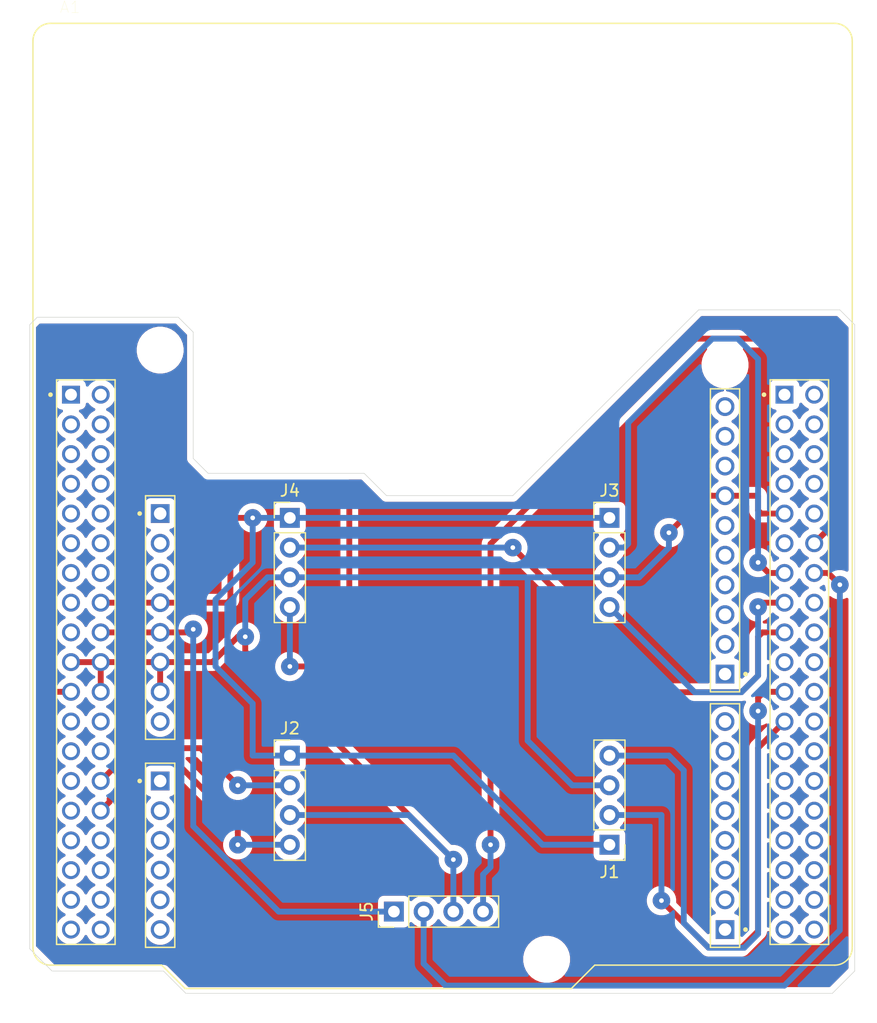
<source format=kicad_pcb>
(kicad_pcb (version 20171130) (host pcbnew "(5.1.2)-2")
  (layers (0 F.Cu signal) (31 B.Cu signal) (34 B.Paste user) (35 F.Paste user) (36 B.SilkS user) (37 F.SilkS user) (38 B.Mask user) (39 F.Mask user) (44 Edge.Cuts user))
  (net 0 "")
  (net 1 "Net-(A1-PadCN7_1)")
  (net 2 "Net-(A1-PadCN7_37)")
  (net 3 "Net-(A1-PadCN7_2)")
  (net 4 "Net-(A1-PadCN7_3)")
  (net 5 "Net-(A1-PadCN7_4)")
  (net 6 "Net-(A1-PadCN7_5)")
  (net 7 "Net-(A1-PadCN7_6)")
  (net 8 "Net-(A1-PadCN7_7)")
  (net 9 GND)
  (net 10 "Net-(A1-PadCN7_12)")
  (net 11 "Net-(A1-PadCN7_13)")
  (net 12 "Net-(A1-PadCN7_14)")
  (net 13 "Net-(A1-PadCN7_15)")
  (net 14 +3V3)
  (net 15 "Net-(A1-PadCN7_17)")
  (net 16 +5V)
  (net 17 /tim4_ch2)
  (net 18 "Net-(A1-PadCN7_23)")
  (net 19 "Net-(A1-PadCN7_24)")
  (net 20 "Net-(A1-PadCN7_25)")
  (net 21 "Net-(A1-PadCN7_27)")
  (net 22 /tim2_ch1)
  (net 23 "Net-(A1-PadCN7_29)")
  (net 24 /tim2_ch2)
  (net 25 "Net-(A1-PadCN7_31)")
  (net 26 "Net-(A1-PadCN7_32)")
  (net 27 "Net-(A1-PadCN7_33)")
  (net 28 "Net-(A1-PadCN7_34)")
  (net 29 "Net-(A1-PadCN7_35)")
  (net 30 "Net-(A1-PadCN7_36)")
  (net 31 "Net-(A1-PadCN7_38)")
  (net 32 "Net-(A1-PadCN10_1)")
  (net 33 "Net-(A1-PadCN10_37)")
  (net 34 "Net-(A1-PadCN10_2)")
  (net 35 "Net-(A1-PadCN10_3)")
  (net 36 "Net-(A1-PadCN10_4)")
  (net 37 "Net-(A1-PadCN10_5)")
  (net 38 "Net-(A1-PadCN10_6)")
  (net 39 "Net-(A1-PadCN10_7)")
  (net 40 "Net-(A1-PadCN10_8)")
  (net 41 "Net-(A1-PadCN10_11)")
  (net 42 /uart6_rx)
  (net 43 /tim3_ch1)
  (net 44 /uart6_tx)
  (net 45 /tim3_ch2)
  (net 46 "Net-(A1-PadCN10_16)")
  (net 47 /tim4_ch1)
  (net 48 "Net-(A1-PadCN10_19)")
  (net 49 /tim1_ch2)
  (net 50 "Net-(A1-PadCN10_22)")
  (net 51 /tim1_ch1)
  (net 52 "Net-(A1-PadCN10_24)")
  (net 53 "Net-(A1-PadCN10_25)")
  (net 54 "Net-(A1-PadCN10_26)")
  (net 55 "Net-(A1-PadCN10_27)")
  (net 56 "Net-(A1-PadCN10_28)")
  (net 57 "Net-(A1-PadCN10_29)")
  (net 58 "Net-(A1-PadCN10_30)")
  (net 59 "Net-(A1-PadCN10_31)")
  (net 60 "Net-(A1-PadCN10_33)")
  (net 61 "Net-(A1-PadCN10_34)")
  (net 62 "Net-(A1-PadCN10_35)")
  (net 63 "Net-(A1-PadCN6_2)")
  (net 64 "Net-(A1-PadCN6_3)")
  (net 65 "Net-(A1-PadCN6_8)")
  (net 66 "Net-(A1-PadCN9_1)")
  (net 67 "Net-(A1-PadCN9_2)")
  (net 68 "Net-(A1-PadCN9_3)")
  (net 69 "Net-(A1-PadCN9_4)")
  (net 70 "Net-(A1-PadCN9_5)")
  (net 71 "Net-(A1-PadCN9_6)")
  (net 72 "Net-(A1-PadCN9_7)")
  (net 73 "Net-(A1-PadCN9_8)")
  (net 74 "Net-(A1-PadCN8_1)")
  (net 75 "Net-(A1-PadCN8_2)")
  (net 76 "Net-(A1-PadCN8_3)")
  (net 77 "Net-(A1-PadCN8_4)")
  (net 78 "Net-(A1-PadCN8_5)")
  (net 79 "Net-(A1-PadCN8_6)")
  (net 80 "Net-(A1-PadCN5_1)")
  (net 81 "Net-(A1-PadCN5_2)")
  (net 82 "Net-(A1-PadCN5_3)")
  (net 83 "Net-(A1-PadCN5_4)")
  (net 84 "Net-(A1-PadCN5_5)")
  (net 85 "Net-(A1-PadCN5_6)")
  (net 86 "Net-(A1-PadCN5_8)")
  (net 87 "Net-(A1-PadCN5_9)")
  (net 88 "Net-(A1-PadCN5_10)")
  (module Yoshiko:ST_NUCLEO-F401RE (layer F.Cu) (at 130.525001 78.355001)
    (fp_text reference A1 (at -31.825 -42.635) (layer F.SilkS) (effects (font (thickness 0.015))))
    (fp_text value NUCLEO-F401RE)
    (fp_line (start -35 37.75) (end -35 -39.75) (layer F.SilkS) (width 0.127))
    (fp_arc (start -33.5 -39.75) (end -33.5 -41.25) (angle -90) (layer F.SilkS) (width 0.127))
    (fp_line (start -33.5 -41.25) (end 33.5 -41.25) (layer F.SilkS) (width 0.127))
    (fp_arc (start 33.5 -39.75) (end 35 -39.75) (angle -90) (layer F.SilkS) (width 0.127))
    (fp_line (start 35 -39.75) (end 35 37.75) (layer F.SilkS) (width 0.127))
    (fp_arc (start 33.5 37.75) (end 33.5 39.25) (angle -90) (layer F.SilkS) (width 0.127))
    (fp_line (start 33.5 39.25) (end 13 39.25) (layer F.SilkS) (width 0.127))
    (fp_line (start 13 39.25) (end 11 41.25) (layer F.SilkS) (width 0.127))
    (fp_line (start 11 41.25) (end -22 41.25) (layer F.SilkS) (width 0.127))
    (fp_line (start -22 41.25) (end -24 39.25) (layer F.SilkS) (width 0.127))
    (fp_line (start -24 39.25) (end -33.5 39.25) (layer F.SilkS) (width 0.127))
    (fp_arc (start -33.5 37.75) (end -35 37.75) (angle -90) (layer F.SilkS) (width 0.127))
    (fp_line (start -25.38 -0.87) (end -25.38 19.95) (layer F.SilkS) (width 0.127))
    (fp_line (start -25.38 19.95) (end -22.88 19.95) (layer F.SilkS) (width 0.127))
    (fp_line (start -22.88 19.95) (end -22.88 -0.87) (layer F.SilkS) (width 0.127))
    (fp_line (start -22.88 -0.87) (end -25.38 -0.87) (layer F.SilkS) (width 0.127))
    (fp_circle (center -25.88 0.65) (end -25.78 0.65) (layer F.SilkS) (width 0.2))
    (fp_line (start 25.38 37.73) (end 25.38 16.91) (layer F.SilkS) (width 0.127))
    (fp_line (start 25.38 16.91) (end 22.88 16.91) (layer F.SilkS) (width 0.127))
    (fp_line (start 22.88 16.91) (end 22.88 37.73) (layer F.SilkS) (width 0.127))
    (fp_line (start 22.88 37.73) (end 25.38 37.73) (layer F.SilkS) (width 0.127))
    (fp_circle (center 25.88 36.21) (end 25.98 36.21) (layer F.SilkS) (width 0.2))
    (fp_line (start -25.38 21.99) (end -25.38 37.73) (layer F.SilkS) (width 0.127))
    (fp_line (start -25.38 37.73) (end -22.88 37.73) (layer F.SilkS) (width 0.127))
    (fp_line (start -22.88 37.73) (end -22.88 21.99) (layer F.SilkS) (width 0.127))
    (fp_line (start -22.88 21.99) (end -25.38 21.99) (layer F.SilkS) (width 0.127))
    (fp_circle (center -25.88 23.51) (end -25.78 23.51) (layer F.SilkS) (width 0.2))
    (fp_line (start 25.38 15.89) (end 25.38 -10.01) (layer F.SilkS) (width 0.127))
    (fp_line (start 25.38 -10.01) (end 22.88 -10.01) (layer F.SilkS) (width 0.127))
    (fp_line (start 22.88 -10.01) (end 22.88 15.89) (layer F.SilkS) (width 0.127))
    (fp_line (start 22.88 15.89) (end 25.38 15.89) (layer F.SilkS) (width 0.127))
    (fp_circle (center 25.88 14.37) (end 25.98 14.37) (layer F.SilkS) (width 0.2))
    (fp_line (start 27.98 -10.78) (end 27.98 37.48) (layer F.SilkS) (width 0.127))
    (fp_line (start 27.98 37.48) (end 32.98 37.48) (layer F.SilkS) (width 0.127))
    (fp_line (start 32.98 37.48) (end 32.98 -10.78) (layer F.SilkS) (width 0.127))
    (fp_line (start 32.98 -10.78) (end 27.98 -10.78) (layer F.SilkS) (width 0.127))
    (fp_line (start -32.98 -10.78) (end -32.98 37.48) (layer F.SilkS) (width 0.127))
    (fp_line (start -32.98 37.48) (end -27.98 37.48) (layer F.SilkS) (width 0.127))
    (fp_line (start -27.98 37.48) (end -27.98 -10.78) (layer F.SilkS) (width 0.127))
    (fp_line (start -27.98 -10.78) (end -32.98 -10.78) (layer F.SilkS) (width 0.127))
    (fp_circle (center -33.5 -9.51) (end -33.4 -9.51) (layer F.SilkS) (width 0.2))
    (fp_circle (center 27.46 -9.51) (end 27.56 -9.51) (layer F.SilkS) (width 0.2))
    (pad CN7_1 thru_hole rect (at -31.75 -9.51) (size 1.53 1.53) (drill 1.02) (layers *.Cu *.Mask) (net 1 "Net-(A1-PadCN7_1)"))
    (pad CN7_37 thru_hole circle (at -31.75 36.21) (size 1.53 1.53) (drill 1.02) (layers *.Cu *.Mask) (net 2 "Net-(A1-PadCN7_37)"))
    (pad CN7_2 thru_hole circle (at -29.21 -9.51) (size 1.53 1.53) (drill 1.02) (layers *.Cu *.Mask) (net 3 "Net-(A1-PadCN7_2)"))
    (pad CN7_3 thru_hole circle (at -31.75 -6.97) (size 1.53 1.53) (drill 1.02) (layers *.Cu *.Mask) (net 4 "Net-(A1-PadCN7_3)"))
    (pad CN7_4 thru_hole circle (at -29.21 -6.97) (size 1.53 1.53) (drill 1.02) (layers *.Cu *.Mask) (net 5 "Net-(A1-PadCN7_4)"))
    (pad CN7_5 thru_hole circle (at -31.75 -4.43) (size 1.53 1.53) (drill 1.02) (layers *.Cu *.Mask) (net 6 "Net-(A1-PadCN7_5)"))
    (pad CN7_6 thru_hole circle (at -29.21 -4.43) (size 1.53 1.53) (drill 1.02) (layers *.Cu *.Mask) (net 7 "Net-(A1-PadCN7_6)"))
    (pad CN7_7 thru_hole circle (at -31.75 -1.89) (size 1.53 1.53) (drill 1.02) (layers *.Cu *.Mask) (net 8 "Net-(A1-PadCN7_7)"))
    (pad CN7_8 thru_hole circle (at -29.21 -1.89) (size 1.53 1.53) (drill 1.02) (layers *.Cu *.Mask) (net 9 GND))
    (pad CN7_9 thru_hole circle (at -31.75 0.65) (size 1.53 1.53) (drill 1.02) (layers *.Cu *.Mask))
    (pad CN7_10 thru_hole circle (at -29.21 0.65) (size 1.53 1.53) (drill 1.02) (layers *.Cu *.Mask))
    (pad CN7_11 thru_hole circle (at -31.75 3.19) (size 1.53 1.53) (drill 1.02) (layers *.Cu *.Mask))
    (pad CN7_12 thru_hole circle (at -29.21 3.19) (size 1.53 1.53) (drill 1.02) (layers *.Cu *.Mask) (net 10 "Net-(A1-PadCN7_12)"))
    (pad CN7_13 thru_hole circle (at -31.75 5.73) (size 1.53 1.53) (drill 1.02) (layers *.Cu *.Mask) (net 11 "Net-(A1-PadCN7_13)"))
    (pad CN7_14 thru_hole circle (at -29.21 5.73) (size 1.53 1.53) (drill 1.02) (layers *.Cu *.Mask) (net 12 "Net-(A1-PadCN7_14)"))
    (pad CN7_15 thru_hole circle (at -31.75 8.27) (size 1.53 1.53) (drill 1.02) (layers *.Cu *.Mask) (net 13 "Net-(A1-PadCN7_15)"))
    (pad CN7_16 thru_hole circle (at -29.21 8.27) (size 1.53 1.53) (drill 1.02) (layers *.Cu *.Mask) (net 14 +3V3))
    (pad CN7_17 thru_hole circle (at -31.75 10.81) (size 1.53 1.53) (drill 1.02) (layers *.Cu *.Mask) (net 15 "Net-(A1-PadCN7_17)"))
    (pad CN7_18 thru_hole circle (at -29.21 10.81) (size 1.53 1.53) (drill 1.02) (layers *.Cu *.Mask) (net 16 +5V))
    (pad CN7_19 thru_hole circle (at -31.75 13.35) (size 1.53 1.53) (drill 1.02) (layers *.Cu *.Mask) (net 9 GND))
    (pad CN7_20 thru_hole circle (at -29.21 13.35) (size 1.53 1.53) (drill 1.02) (layers *.Cu *.Mask) (net 9 GND))
    (pad CN7_21 thru_hole circle (at -31.75 15.89) (size 1.53 1.53) (drill 1.02) (layers *.Cu *.Mask) (net 17 /tim4_ch2))
    (pad CN7_22 thru_hole circle (at -29.21 15.89) (size 1.53 1.53) (drill 1.02) (layers *.Cu *.Mask) (net 9 GND))
    (pad CN7_23 thru_hole circle (at -31.75 18.43) (size 1.53 1.53) (drill 1.02) (layers *.Cu *.Mask) (net 18 "Net-(A1-PadCN7_23)"))
    (pad CN7_24 thru_hole circle (at -29.21 18.43) (size 1.53 1.53) (drill 1.02) (layers *.Cu *.Mask) (net 19 "Net-(A1-PadCN7_24)"))
    (pad CN7_25 thru_hole circle (at -31.75 20.97) (size 1.53 1.53) (drill 1.02) (layers *.Cu *.Mask) (net 20 "Net-(A1-PadCN7_25)"))
    (pad CN7_26 thru_hole circle (at -29.21 20.97) (size 1.53 1.53) (drill 1.02) (layers *.Cu *.Mask))
    (pad CN7_27 thru_hole circle (at -31.75 23.51) (size 1.53 1.53) (drill 1.02) (layers *.Cu *.Mask) (net 21 "Net-(A1-PadCN7_27)"))
    (pad CN7_28 thru_hole circle (at -29.21 23.51) (size 1.53 1.53) (drill 1.02) (layers *.Cu *.Mask) (net 22 /tim2_ch1))
    (pad CN7_29 thru_hole circle (at -31.75 26.05) (size 1.53 1.53) (drill 1.02) (layers *.Cu *.Mask) (net 23 "Net-(A1-PadCN7_29)"))
    (pad CN7_30 thru_hole circle (at -29.21 26.05) (size 1.53 1.53) (drill 1.02) (layers *.Cu *.Mask) (net 24 /tim2_ch2))
    (pad CN7_31 thru_hole circle (at -31.75 28.59) (size 1.53 1.53) (drill 1.02) (layers *.Cu *.Mask) (net 25 "Net-(A1-PadCN7_31)"))
    (pad CN7_32 thru_hole circle (at -29.21 28.59) (size 1.53 1.53) (drill 1.02) (layers *.Cu *.Mask) (net 26 "Net-(A1-PadCN7_32)"))
    (pad CN7_33 thru_hole circle (at -31.75 31.13) (size 1.53 1.53) (drill 1.02) (layers *.Cu *.Mask) (net 27 "Net-(A1-PadCN7_33)"))
    (pad CN7_34 thru_hole circle (at -29.21 31.13) (size 1.53 1.53) (drill 1.02) (layers *.Cu *.Mask) (net 28 "Net-(A1-PadCN7_34)"))
    (pad CN7_35 thru_hole circle (at -31.75 33.67) (size 1.53 1.53) (drill 1.02) (layers *.Cu *.Mask) (net 29 "Net-(A1-PadCN7_35)"))
    (pad CN7_36 thru_hole circle (at -29.21 33.67) (size 1.53 1.53) (drill 1.02) (layers *.Cu *.Mask) (net 30 "Net-(A1-PadCN7_36)"))
    (pad CN7_38 thru_hole circle (at -29.21 36.21) (size 1.53 1.53) (drill 1.02) (layers *.Cu *.Mask) (net 31 "Net-(A1-PadCN7_38)"))
    (pad CN10_1 thru_hole rect (at 29.21 -9.51) (size 1.53 1.53) (drill 1.02) (layers *.Cu *.Mask) (net 32 "Net-(A1-PadCN10_1)"))
    (pad CN10_37 thru_hole circle (at 29.21 36.21) (size 1.53 1.53) (drill 1.02) (layers *.Cu *.Mask) (net 33 "Net-(A1-PadCN10_37)"))
    (pad CN10_2 thru_hole circle (at 31.75 -9.51) (size 1.53 1.53) (drill 1.02) (layers *.Cu *.Mask) (net 34 "Net-(A1-PadCN10_2)"))
    (pad CN10_3 thru_hole circle (at 29.21 -6.97) (size 1.53 1.53) (drill 1.02) (layers *.Cu *.Mask) (net 35 "Net-(A1-PadCN10_3)"))
    (pad CN10_4 thru_hole circle (at 31.75 -6.97) (size 1.53 1.53) (drill 1.02) (layers *.Cu *.Mask) (net 36 "Net-(A1-PadCN10_4)"))
    (pad CN10_5 thru_hole circle (at 29.21 -4.43) (size 1.53 1.53) (drill 1.02) (layers *.Cu *.Mask) (net 37 "Net-(A1-PadCN10_5)"))
    (pad CN10_6 thru_hole circle (at 31.75 -4.43) (size 1.53 1.53) (drill 1.02) (layers *.Cu *.Mask) (net 38 "Net-(A1-PadCN10_6)"))
    (pad CN10_7 thru_hole circle (at 29.21 -1.89) (size 1.53 1.53) (drill 1.02) (layers *.Cu *.Mask) (net 39 "Net-(A1-PadCN10_7)"))
    (pad CN10_8 thru_hole circle (at 31.75 -1.89) (size 1.53 1.53) (drill 1.02) (layers *.Cu *.Mask) (net 40 "Net-(A1-PadCN10_8)"))
    (pad CN10_9 thru_hole circle (at 29.21 0.65) (size 1.53 1.53) (drill 1.02) (layers *.Cu *.Mask) (net 9 GND))
    (pad CN10_10 thru_hole circle (at 31.75 0.65) (size 1.53 1.53) (drill 1.02) (layers *.Cu *.Mask))
    (pad CN10_11 thru_hole circle (at 29.21 3.19) (size 1.53 1.53) (drill 1.02) (layers *.Cu *.Mask) (net 41 "Net-(A1-PadCN10_11)"))
    (pad CN10_12 thru_hole circle (at 31.75 3.19) (size 1.53 1.53) (drill 1.02) (layers *.Cu *.Mask) (net 42 /uart6_rx))
    (pad CN10_13 thru_hole circle (at 29.21 5.73) (size 1.53 1.53) (drill 1.02) (layers *.Cu *.Mask) (net 43 /tim3_ch1))
    (pad CN10_14 thru_hole circle (at 31.75 5.73) (size 1.53 1.53) (drill 1.02) (layers *.Cu *.Mask) (net 44 /uart6_tx))
    (pad CN10_15 thru_hole circle (at 29.21 8.27) (size 1.53 1.53) (drill 1.02) (layers *.Cu *.Mask) (net 45 /tim3_ch2))
    (pad CN10_16 thru_hole circle (at 31.75 8.27) (size 1.53 1.53) (drill 1.02) (layers *.Cu *.Mask) (net 46 "Net-(A1-PadCN10_16)"))
    (pad CN10_17 thru_hole circle (at 29.21 10.81) (size 1.53 1.53) (drill 1.02) (layers *.Cu *.Mask) (net 47 /tim4_ch1))
    (pad CN10_18 thru_hole circle (at 31.75 10.81) (size 1.53 1.53) (drill 1.02) (layers *.Cu *.Mask))
    (pad CN10_19 thru_hole circle (at 29.21 13.35) (size 1.53 1.53) (drill 1.02) (layers *.Cu *.Mask) (net 48 "Net-(A1-PadCN10_19)"))
    (pad CN10_20 thru_hole circle (at 31.75 13.35) (size 1.53 1.53) (drill 1.02) (layers *.Cu *.Mask) (net 9 GND))
    (pad CN10_21 thru_hole circle (at 29.21 15.89) (size 1.53 1.53) (drill 1.02) (layers *.Cu *.Mask) (net 49 /tim1_ch2))
    (pad CN10_22 thru_hole circle (at 31.75 15.89) (size 1.53 1.53) (drill 1.02) (layers *.Cu *.Mask) (net 50 "Net-(A1-PadCN10_22)"))
    (pad CN10_23 thru_hole circle (at 29.21 18.43) (size 1.53 1.53) (drill 1.02) (layers *.Cu *.Mask) (net 51 /tim1_ch1))
    (pad CN10_24 thru_hole circle (at 31.75 18.43) (size 1.53 1.53) (drill 1.02) (layers *.Cu *.Mask) (net 52 "Net-(A1-PadCN10_24)"))
    (pad CN10_25 thru_hole circle (at 29.21 20.97) (size 1.53 1.53) (drill 1.02) (layers *.Cu *.Mask) (net 53 "Net-(A1-PadCN10_25)"))
    (pad CN10_26 thru_hole circle (at 31.75 20.97) (size 1.53 1.53) (drill 1.02) (layers *.Cu *.Mask) (net 54 "Net-(A1-PadCN10_26)"))
    (pad CN10_27 thru_hole circle (at 29.21 23.51) (size 1.53 1.53) (drill 1.02) (layers *.Cu *.Mask) (net 55 "Net-(A1-PadCN10_27)"))
    (pad CN10_28 thru_hole circle (at 31.75 23.51) (size 1.53 1.53) (drill 1.02) (layers *.Cu *.Mask) (net 56 "Net-(A1-PadCN10_28)"))
    (pad CN10_29 thru_hole circle (at 29.21 26.05) (size 1.53 1.53) (drill 1.02) (layers *.Cu *.Mask) (net 57 "Net-(A1-PadCN10_29)"))
    (pad CN10_30 thru_hole circle (at 31.75 26.05) (size 1.53 1.53) (drill 1.02) (layers *.Cu *.Mask) (net 58 "Net-(A1-PadCN10_30)"))
    (pad CN10_31 thru_hole circle (at 29.21 28.59) (size 1.53 1.53) (drill 1.02) (layers *.Cu *.Mask) (net 59 "Net-(A1-PadCN10_31)"))
    (pad CN10_32 thru_hole circle (at 31.75 28.59) (size 1.53 1.53) (drill 1.02) (layers *.Cu *.Mask) (net 9 GND))
    (pad CN10_33 thru_hole circle (at 29.21 31.13) (size 1.53 1.53) (drill 1.02) (layers *.Cu *.Mask) (net 60 "Net-(A1-PadCN10_33)"))
    (pad CN10_34 thru_hole circle (at 31.75 31.13) (size 1.53 1.53) (drill 1.02) (layers *.Cu *.Mask) (net 61 "Net-(A1-PadCN10_34)"))
    (pad CN10_35 thru_hole circle (at 29.21 33.67) (size 1.53 1.53) (drill 1.02) (layers *.Cu *.Mask) (net 62 "Net-(A1-PadCN10_35)"))
    (pad CN10_36 thru_hole circle (at 31.75 33.67) (size 1.53 1.53) (drill 1.02) (layers *.Cu *.Mask))
    (pad CN10_38 thru_hole circle (at 31.75 36.21) (size 1.53 1.53) (drill 1.02) (layers *.Cu *.Mask))
    (pad CN6_1 thru_hole rect (at -24.13 0.65) (size 1.605 1.605) (drill 1.07) (layers *.Cu *.Mask))
    (pad CN6_2 thru_hole circle (at -24.13 3.19) (size 1.605 1.605) (drill 1.07) (layers *.Cu *.Mask) (net 63 "Net-(A1-PadCN6_2)"))
    (pad CN6_3 thru_hole circle (at -24.13 5.73) (size 1.605 1.605) (drill 1.07) (layers *.Cu *.Mask) (net 64 "Net-(A1-PadCN6_3)"))
    (pad CN6_4 thru_hole circle (at -24.13 8.27) (size 1.605 1.605) (drill 1.07) (layers *.Cu *.Mask) (net 14 +3V3))
    (pad CN6_5 thru_hole circle (at -24.13 10.81) (size 1.605 1.605) (drill 1.07) (layers *.Cu *.Mask) (net 16 +5V))
    (pad CN6_6 thru_hole circle (at -24.13 13.35) (size 1.605 1.605) (drill 1.07) (layers *.Cu *.Mask) (net 9 GND))
    (pad CN6_7 thru_hole circle (at -24.13 15.89) (size 1.605 1.605) (drill 1.07) (layers *.Cu *.Mask) (net 9 GND))
    (pad CN6_8 thru_hole circle (at -24.13 18.43) (size 1.605 1.605) (drill 1.07) (layers *.Cu *.Mask) (net 65 "Net-(A1-PadCN6_8)"))
    (pad CN9_1 thru_hole rect (at 24.13 36.21) (size 1.605 1.605) (drill 1.07) (layers *.Cu *.Mask) (net 66 "Net-(A1-PadCN9_1)"))
    (pad CN9_2 thru_hole circle (at 24.13 33.67) (size 1.605 1.605) (drill 1.07) (layers *.Cu *.Mask) (net 67 "Net-(A1-PadCN9_2)"))
    (pad CN9_3 thru_hole circle (at 24.13 31.13) (size 1.605 1.605) (drill 1.07) (layers *.Cu *.Mask) (net 68 "Net-(A1-PadCN9_3)"))
    (pad CN9_4 thru_hole circle (at 24.13 28.59) (size 1.605 1.605) (drill 1.07) (layers *.Cu *.Mask) (net 69 "Net-(A1-PadCN9_4)"))
    (pad CN9_5 thru_hole circle (at 24.13 26.05) (size 1.605 1.605) (drill 1.07) (layers *.Cu *.Mask) (net 70 "Net-(A1-PadCN9_5)"))
    (pad CN9_6 thru_hole circle (at 24.13 23.51) (size 1.605 1.605) (drill 1.07) (layers *.Cu *.Mask) (net 71 "Net-(A1-PadCN9_6)"))
    (pad CN9_7 thru_hole circle (at 24.13 20.97) (size 1.605 1.605) (drill 1.07) (layers *.Cu *.Mask) (net 72 "Net-(A1-PadCN9_7)"))
    (pad CN9_8 thru_hole circle (at 24.13 18.43) (size 1.605 1.605) (drill 1.07) (layers *.Cu *.Mask) (net 73 "Net-(A1-PadCN9_8)"))
    (pad CN8_1 thru_hole rect (at -24.13 23.51) (size 1.605 1.605) (drill 1.07) (layers *.Cu *.Mask) (net 74 "Net-(A1-PadCN8_1)"))
    (pad CN8_2 thru_hole circle (at -24.13 26.05) (size 1.605 1.605) (drill 1.07) (layers *.Cu *.Mask) (net 75 "Net-(A1-PadCN8_2)"))
    (pad CN8_3 thru_hole circle (at -24.13 28.59) (size 1.605 1.605) (drill 1.07) (layers *.Cu *.Mask) (net 76 "Net-(A1-PadCN8_3)"))
    (pad CN8_4 thru_hole circle (at -24.13 31.13) (size 1.605 1.605) (drill 1.07) (layers *.Cu *.Mask) (net 77 "Net-(A1-PadCN8_4)"))
    (pad CN8_5 thru_hole circle (at -24.13 33.67) (size 1.605 1.605) (drill 1.07) (layers *.Cu *.Mask) (net 78 "Net-(A1-PadCN8_5)"))
    (pad CN8_6 thru_hole circle (at -24.13 36.21) (size 1.605 1.605) (drill 1.07) (layers *.Cu *.Mask) (net 79 "Net-(A1-PadCN8_6)"))
    (pad CN5_1 thru_hole rect (at 24.13 14.37) (size 1.605 1.605) (drill 1.07) (layers *.Cu *.Mask) (net 80 "Net-(A1-PadCN5_1)"))
    (pad CN5_2 thru_hole circle (at 24.13 11.83) (size 1.605 1.605) (drill 1.07) (layers *.Cu *.Mask) (net 81 "Net-(A1-PadCN5_2)"))
    (pad CN5_3 thru_hole circle (at 24.13 9.29) (size 1.605 1.605) (drill 1.07) (layers *.Cu *.Mask) (net 82 "Net-(A1-PadCN5_3)"))
    (pad CN5_4 thru_hole circle (at 24.13 6.75) (size 1.605 1.605) (drill 1.07) (layers *.Cu *.Mask) (net 83 "Net-(A1-PadCN5_4)"))
    (pad CN5_5 thru_hole circle (at 24.13 4.21) (size 1.605 1.605) (drill 1.07) (layers *.Cu *.Mask) (net 84 "Net-(A1-PadCN5_5)"))
    (pad CN5_6 thru_hole circle (at 24.13 1.67) (size 1.605 1.605) (drill 1.07) (layers *.Cu *.Mask) (net 85 "Net-(A1-PadCN5_6)"))
    (pad CN5_7 thru_hole circle (at 24.13 -0.87) (size 1.605 1.605) (drill 1.07) (layers *.Cu *.Mask) (net 9 GND))
    (pad CN5_8 thru_hole circle (at 24.13 -3.41) (size 1.605 1.605) (drill 1.07) (layers *.Cu *.Mask) (net 86 "Net-(A1-PadCN5_8)"))
    (pad CN5_9 thru_hole circle (at 24.13 -5.95) (size 1.605 1.605) (drill 1.07) (layers *.Cu *.Mask) (net 87 "Net-(A1-PadCN5_9)"))
    (pad CN5_10 thru_hole circle (at 24.13 -8.49) (size 1.605 1.605) (drill 1.07) (layers *.Cu *.Mask) (net 88 "Net-(A1-PadCN5_10)"))
    (pad None np_thru_hole circle (at 8.89 38.75) (size 3 3) (drill 3) (layers *.Cu *.Mask))
    (pad None np_thru_hole circle (at 24.13 -12.05) (size 3 3) (drill 3) (layers *.Cu *.Mask))
    (pad None np_thru_hole circle (at -24.13 -13.32) (size 3 3) (drill 3) (layers *.Cu *.Mask))
  )
  (module Connector_PinHeader_2.54mm:PinHeader_1x04_P2.54mm_Vertical (layer F.Cu) (at 144.78 107.315 180)
    (fp_text reference J1 (at 0 -2.33) (layer F.SilkS))
    (fp_text value enc1)
    (fp_line (start -1.33 8.95) (end 1.33 8.95) (layer F.SilkS) (width 0.12))
    (fp_line (start -1.33 1.27) (end -1.33 8.95) (layer F.SilkS) (width 0.12))
    (fp_line (start 1.33 1.27) (end 1.33 8.95) (layer F.SilkS) (width 0.12))
    (fp_line (start -1.33 1.27) (end 1.33 1.27) (layer F.SilkS) (width 0.12))
    (fp_line (start -1.33 0) (end -1.33 -1.33) (layer F.SilkS) (width 0.12))
    (fp_line (start -1.33 -1.33) (end 0 -1.33) (layer F.SilkS) (width 0.12))
    (pad 1 thru_hole rect (at 0 0 180) (size 1.7 1.7) (drill 1) (layers *.Cu *.Mask) (net 14 +3V3))
    (pad 2 thru_hole oval (at 0 2.54 180) (size 1.7 1.7) (drill 1) (layers *.Cu *.Mask) (net 51 /tim1_ch1))
    (pad 3 thru_hole oval (at 0 5.08 180) (size 1.7 1.7) (drill 1) (layers *.Cu *.Mask) (net 9 GND))
    (pad 4 thru_hole oval (at 0 7.62 180) (size 1.7 1.7) (drill 1) (layers *.Cu *.Mask) (net 49 /tim1_ch2))
  )
  (module Connector_PinHeader_2.54mm:PinHeader_1x04_P2.54mm_Vertical (layer F.Cu) (at 117.475 99.695)
    (fp_text reference J2 (at 0 -2.33) (layer F.SilkS))
    (fp_text value enc2)
    (fp_line (start -1.33 -1.33) (end 0 -1.33) (layer F.SilkS) (width 0.12))
    (fp_line (start -1.33 0) (end -1.33 -1.33) (layer F.SilkS) (width 0.12))
    (fp_line (start -1.33 1.27) (end 1.33 1.27) (layer F.SilkS) (width 0.12))
    (fp_line (start 1.33 1.27) (end 1.33 8.95) (layer F.SilkS) (width 0.12))
    (fp_line (start -1.33 1.27) (end -1.33 8.95) (layer F.SilkS) (width 0.12))
    (fp_line (start -1.33 8.95) (end 1.33 8.95) (layer F.SilkS) (width 0.12))
    (pad 4 thru_hole oval (at 0 7.62) (size 1.7 1.7) (drill 1) (layers *.Cu *.Mask) (net 24 /tim2_ch2))
    (pad 3 thru_hole oval (at 0 5.08) (size 1.7 1.7) (drill 1) (layers *.Cu *.Mask) (net 9 GND))
    (pad 2 thru_hole oval (at 0 2.54) (size 1.7 1.7) (drill 1) (layers *.Cu *.Mask) (net 22 /tim2_ch1))
    (pad 1 thru_hole rect (at 0 0) (size 1.7 1.7) (drill 1) (layers *.Cu *.Mask) (net 14 +3V3))
  )
  (module Connector_PinHeader_2.54mm:PinHeader_1x04_P2.54mm_Vertical (layer F.Cu) (at 144.78 79.375)
    (fp_text reference J3 (at 0 -2.33) (layer F.SilkS))
    (fp_text value enc3)
    (fp_line (start -1.33 8.95) (end 1.33 8.95) (layer F.SilkS) (width 0.12))
    (fp_line (start -1.33 1.27) (end -1.33 8.95) (layer F.SilkS) (width 0.12))
    (fp_line (start 1.33 1.27) (end 1.33 8.95) (layer F.SilkS) (width 0.12))
    (fp_line (start -1.33 1.27) (end 1.33 1.27) (layer F.SilkS) (width 0.12))
    (fp_line (start -1.33 0) (end -1.33 -1.33) (layer F.SilkS) (width 0.12))
    (fp_line (start -1.33 -1.33) (end 0 -1.33) (layer F.SilkS) (width 0.12))
    (pad 1 thru_hole rect (at 0 0) (size 1.7 1.7) (drill 1) (layers *.Cu *.Mask) (net 14 +3V3))
    (pad 2 thru_hole oval (at 0 2.54) (size 1.7 1.7) (drill 1) (layers *.Cu *.Mask) (net 43 /tim3_ch1))
    (pad 3 thru_hole oval (at 0 5.08) (size 1.7 1.7) (drill 1) (layers *.Cu *.Mask) (net 9 GND))
    (pad 4 thru_hole oval (at 0 7.62) (size 1.7 1.7) (drill 1) (layers *.Cu *.Mask) (net 45 /tim3_ch2))
  )
  (module Connector_PinHeader_2.54mm:PinHeader_1x04_P2.54mm_Vertical (layer F.Cu) (at 117.475 79.375)
    (fp_text reference J4 (at 0 -2.33) (layer F.SilkS))
    (fp_text value enc4)
    (fp_line (start -1.33 -1.33) (end 0 -1.33) (layer F.SilkS) (width 0.12))
    (fp_line (start -1.33 0) (end -1.33 -1.33) (layer F.SilkS) (width 0.12))
    (fp_line (start -1.33 1.27) (end 1.33 1.27) (layer F.SilkS) (width 0.12))
    (fp_line (start 1.33 1.27) (end 1.33 8.95) (layer F.SilkS) (width 0.12))
    (fp_line (start -1.33 1.27) (end -1.33 8.95) (layer F.SilkS) (width 0.12))
    (fp_line (start -1.33 8.95) (end 1.33 8.95) (layer F.SilkS) (width 0.12))
    (pad 4 thru_hole oval (at 0 7.62) (size 1.7 1.7) (drill 1) (layers *.Cu *.Mask) (net 17 /tim4_ch2))
    (pad 3 thru_hole oval (at 0 5.08) (size 1.7 1.7) (drill 1) (layers *.Cu *.Mask) (net 9 GND))
    (pad 2 thru_hole oval (at 0 2.54) (size 1.7 1.7) (drill 1) (layers *.Cu *.Mask) (net 47 /tim4_ch1))
    (pad 1 thru_hole rect (at 0 0) (size 1.7 1.7) (drill 1) (layers *.Cu *.Mask) (net 14 +3V3))
  )
  (module Connector_PinHeader_2.54mm:PinHeader_1x04_P2.54mm_Vertical (layer F.Cu) (at 126.365 113.03 90)
    (fp_text reference J5 (at 0 -2.33 90) (layer F.SilkS))
    (fp_text value uart)
    (fp_line (start -1.33 8.95) (end 1.33 8.95) (layer F.SilkS) (width 0.12))
    (fp_line (start -1.33 1.27) (end -1.33 8.95) (layer F.SilkS) (width 0.12))
    (fp_line (start 1.33 1.27) (end 1.33 8.95) (layer F.SilkS) (width 0.12))
    (fp_line (start -1.33 1.27) (end 1.33 1.27) (layer F.SilkS) (width 0.12))
    (fp_line (start -1.33 0) (end -1.33 -1.33) (layer F.SilkS) (width 0.12))
    (fp_line (start -1.33 -1.33) (end 0 -1.33) (layer F.SilkS) (width 0.12))
    (pad 1 thru_hole rect (at 0 0 90) (size 1.7 1.7) (drill 1) (layers *.Cu *.Mask) (net 16 +5V))
    (pad 2 thru_hole oval (at 0 2.54 90) (size 1.7 1.7) (drill 1) (layers *.Cu *.Mask) (net 44 /uart6_tx))
    (pad 3 thru_hole oval (at 0 5.08 90) (size 1.7 1.7) (drill 1) (layers *.Cu *.Mask) (net 9 GND))
    (pad 4 thru_hole oval (at 0 7.62 90) (size 1.7 1.7) (drill 1) (layers *.Cu *.Mask) (net 42 /uart6_rx))
  )
  (gr_line (start 95.885 62.23) (end 95.25 62.865) (layer Edge.Cuts) (width 0.05))
  (gr_line (start 107.95 62.23) (end 95.885 62.23) (layer Edge.Cuts) (width 0.05))
  (gr_line (start 109.22 63.5) (end 107.95 62.23) (layer Edge.Cuts) (width 0.05))
  (gr_line (start 109.22 64.77) (end 109.22 63.5) (layer Edge.Cuts) (width 0.05))
  (gr_line (start 109.22 74.295) (end 109.22 64.77) (layer Edge.Cuts) (width 0.05))
  (gr_line (start 110.49 75.565) (end 109.22 74.295) (layer Edge.Cuts) (width 0.05))
  (gr_line (start 123.825 75.565) (end 110.49 75.565) (layer Edge.Cuts) (width 0.05))
  (gr_line (start 125.73 77.47) (end 123.825 75.565) (layer Edge.Cuts) (width 0.05))
  (gr_line (start 136.525 77.47) (end 125.73 77.47) (layer Edge.Cuts) (width 0.05))
  (gr_line (start 152.4 61.595) (end 136.525 77.47) (layer Edge.Cuts) (width 0.05))
  (gr_line (start 164.465 61.595) (end 152.4 61.595) (layer Edge.Cuts) (width 0.05))
  (gr_line (start 165.735 62.865) (end 164.465 61.595) (layer Edge.Cuts) (width 0.05))
  (gr_line (start 165.735 118.11) (end 165.735 62.865) (layer Edge.Cuts) (width 0.05))
  (gr_line (start 163.83 120.015) (end 165.735 118.11) (layer Edge.Cuts) (width 0.05))
  (gr_line (start 108.585 120.015) (end 163.83 120.015) (layer Edge.Cuts) (width 0.05))
  (gr_line (start 106.68 118.11) (end 108.585 120.015) (layer Edge.Cuts) (width 0.05))
  (gr_line (start 97.155 118.11) (end 106.68 118.11) (layer Edge.Cuts) (width 0.05))
  (gr_line (start 95.25 116.205) (end 97.155 118.11) (layer Edge.Cuts) (width 0.05))
  (gr_line (start 95.25 62.865) (end 95.25 116.205) (layer Edge.Cuts) (width 0.05))
  (segment (start 98.775001 91.705001) (end 106.395001 91.705001) (width 0.5) (layer F.Cu) (net 9))
  (segment (start 106.395001 94.245001) (end 106.395001 91.705001) (width 0.5) (layer F.Cu) (net 9))
  (segment (start 101.315001 91.705001) (end 101.315001 94.245001) (width 0.5) (layer F.Cu) (net 9))
  (segment (start 154.655001 77.485001) (end 157.464999 77.485001) (width 0.5) (layer F.Cu) (net 9))
  (segment (start 157.464999 77.485001) (end 157.48 77.500002) (width 0.5) (layer F.Cu) (net 9))
  (segment (start 157.745001 79.005001) (end 157.48 78.74) (width 0.5) (layer F.Cu) (net 9))
  (segment (start 159.735001 79.005001) (end 157.745001 79.005001) (width 0.5) (layer F.Cu) (net 9))
  (segment (start 157.48 77.500002) (end 157.48 78.74) (width 0.5) (layer F.Cu) (net 9))
  (segment (start 117.475 84.455) (end 137.795 84.455) (width 0.5) (layer B.Cu) (net 9))
  (segment (start 137.795 84.455) (end 144.78 84.455) (width 0.5) (layer B.Cu) (net 9))
  (segment (start 141.605 102.235) (end 144.78 102.235) (width 0.5) (layer B.Cu) (net 9))
  (segment (start 137.795 98.425) (end 141.605 102.235) (width 0.5) (layer B.Cu) (net 9))
  (segment (start 137.795 84.455) (end 137.795 98.425) (width 0.5) (layer B.Cu) (net 9))
  (segment (start 122.555 104.775) (end 117.475 104.775) (width 0.5) (layer B.Cu) (net 9))
  (segment (start 127.635 104.775) (end 122.555 104.775) (width 0.5) (layer B.Cu) (net 9))
  (segment (start 131.445 108.585) (end 131.445 108.585) (width 0.5) (layer B.Cu) (net 9))
  (segment (start 131.445 113.03) (end 131.445 108.585) (width 0.5) (layer B.Cu) (net 9))
  (segment (start 149.86 80.645) (end 149.86 80.645) (width 0.5) (layer B.Cu) (net 9))
  (via (at 149.86 80.645) (size 1.5) (drill 0.4) (layers F.Cu B.Cu) (net 9))
  (segment (start 153.520095 77.485001) (end 153.505094 77.47) (width 0.5) (layer F.Cu) (net 9))
  (segment (start 154.655001 77.485001) (end 153.520095 77.485001) (width 0.5) (layer F.Cu) (net 9))
  (segment (start 153.035 77.47) (end 149.86 80.645) (width 0.5) (layer F.Cu) (net 9))
  (segment (start 153.505094 77.47) (end 153.035 77.47) (width 0.5) (layer F.Cu) (net 9))
  (segment (start 149.86 81.915) (end 149.86 80.645) (width 0.5) (layer B.Cu) (net 9))
  (segment (start 144.78 84.455) (end 147.32 84.455) (width 0.5) (layer B.Cu) (net 9))
  (segment (start 147.32 84.455) (end 149.86 81.915) (width 0.5) (layer B.Cu) (net 9))
  (segment (start 106.395001 91.705001) (end 110.859999 91.705001) (width 0.5) (layer F.Cu) (net 9))
  (segment (start 110.859999 91.705001) (end 113.03 89.535) (width 0.5) (layer F.Cu) (net 9))
  (segment (start 113.03 89.535) (end 113.665 89.535) (width 0.5) (layer F.Cu) (net 9))
  (segment (start 113.665 89.535) (end 113.665 89.535) (width 0.5) (layer F.Cu) (net 9))
  (via (at 113.665 89.535) (size 1.5) (drill 0.4) (layers F.Cu B.Cu) (net 9))
  (segment (start 113.665 86.36) (end 113.665 89.535) (width 0.5) (layer B.Cu) (net 9))
  (segment (start 117.475 84.455) (end 115.57 84.455) (width 0.5) (layer B.Cu) (net 9))
  (segment (start 115.57 84.455) (end 113.665 86.36) (width 0.5) (layer B.Cu) (net 9))
  (segment (start 131.445 108.585) (end 127.635 104.775) (width 0.5) (layer B.Cu) (net 9))
  (via (at 131.445 108.585) (size 1.5) (drill 0.4) (layers F.Cu B.Cu) (net 9))
  (segment (start 113.665 90.805) (end 113.665 89.535) (width 0.5) (layer F.Cu) (net 9))
  (segment (start 131.445 108.585) (end 113.665 90.805) (width 0.5) (layer F.Cu) (net 9))
  (segment (start 101.315001 86.625001) (end 106.395001 86.625001) (width 0.5) (layer F.Cu) (net 14))
  (segment (start 118.825 79.375) (end 144.78 79.375) (width 0.5) (layer B.Cu) (net 14))
  (segment (start 117.475 79.375) (end 118.825 79.375) (width 0.5) (layer B.Cu) (net 14))
  (segment (start 117.475 79.375) (end 114.3 79.375) (width 0.5) (layer B.Cu) (net 14))
  (segment (start 130.175 99.695) (end 117.475 99.695) (width 0.5) (layer B.Cu) (net 14))
  (segment (start 131.445 99.695) (end 130.175 99.695) (width 0.5) (layer B.Cu) (net 14))
  (segment (start 139.065 107.315) (end 131.445 99.695) (width 0.5) (layer B.Cu) (net 14))
  (segment (start 144.78 107.315) (end 139.065 107.315) (width 0.5) (layer B.Cu) (net 14))
  (segment (start 114.3 79.375) (end 114.3 79.375) (width 0.5) (layer B.Cu) (net 14))
  (via (at 114.3 79.375) (size 1.5) (drill 0.4) (layers F.Cu B.Cu) (net 14))
  (segment (start 112.395 79.375) (end 114.3 79.375) (width 0.5) (layer F.Cu) (net 14))
  (segment (start 112.395 86.36) (end 112.395 79.375) (width 0.5) (layer F.Cu) (net 14))
  (segment (start 112.129999 86.625001) (end 112.395 86.36) (width 0.5) (layer F.Cu) (net 14))
  (segment (start 106.395001 86.625001) (end 112.129999 86.625001) (width 0.5) (layer F.Cu) (net 14))
  (segment (start 114.3 99.695) (end 117.475 99.695) (width 0.5) (layer B.Cu) (net 14))
  (segment (start 114.3 95.25) (end 114.3 99.695) (width 0.5) (layer B.Cu) (net 14))
  (segment (start 111.125 92.075) (end 114.3 95.25) (width 0.5) (layer B.Cu) (net 14))
  (segment (start 111.125 86.36) (end 111.125 92.075) (width 0.5) (layer B.Cu) (net 14))
  (segment (start 114.3 83.185) (end 111.125 86.36) (width 0.5) (layer B.Cu) (net 14))
  (segment (start 114.3 79.375) (end 114.3 83.185) (width 0.5) (layer B.Cu) (net 14))
  (segment (start 106.395001 89.165001) (end 101.315001 89.165001) (width 0.5) (layer F.Cu) (net 16))
  (segment (start 106.395001 89.165001) (end 108.954999 89.165001) (width 0.5) (layer F.Cu) (net 16))
  (segment (start 108.954999 89.165001) (end 109.22 88.9) (width 0.5) (layer F.Cu) (net 16))
  (segment (start 109.22 88.9) (end 109.22 88.9) (width 0.5) (layer F.Cu) (net 16))
  (via (at 109.22 88.9) (size 1.5) (drill 0.4) (layers F.Cu B.Cu) (net 16))
  (segment (start 125.015 113.03) (end 126.365 113.03) (width 0.5) (layer B.Cu) (net 16))
  (segment (start 116.524998 113.03) (end 125.015 113.03) (width 0.5) (layer B.Cu) (net 16))
  (segment (start 109.22 105.725002) (end 116.524998 113.03) (width 0.5) (layer B.Cu) (net 16))
  (segment (start 109.22 88.9) (end 109.22 105.725002) (width 0.5) (layer B.Cu) (net 16))
  (segment (start 117.475 86.995) (end 117.475 92.075) (width 0.5) (layer B.Cu) (net 17))
  (segment (start 117.475 92.075) (end 117.475 92.075) (width 0.5) (layer B.Cu) (net 17))
  (via (at 117.475 92.075) (size 1.5) (drill 0.4) (layers F.Cu B.Cu) (net 17))
  (segment (start 122.555 92.075) (end 117.475 92.075) (width 0.5) (layer F.Cu) (net 17))
  (segment (start 96.889999 94.245001) (end 96.52 93.875002) (width 0.5) (layer F.Cu) (net 17))
  (segment (start 98.775001 94.245001) (end 96.889999 94.245001) (width 0.5) (layer F.Cu) (net 17))
  (segment (start 96.52 93.875002) (end 96.52 68.22) (width 0.5) (layer F.Cu) (net 17))
  (segment (start 121.92 76.835) (end 104.775 76.835) (width 0.5) (layer F.Cu) (net 17))
  (segment (start 122.555 77.47) (end 121.92 76.835) (width 0.5) (layer F.Cu) (net 17))
  (segment (start 122.555 77.47) (end 122.555 92.075) (width 0.5) (layer F.Cu) (net 17))
  (segment (start 104.775 76.835) (end 103.505 75.565) (width 0.5) (layer F.Cu) (net 17))
  (segment (start 97.41 67.33) (end 96.52 68.22) (width 0.5) (layer F.Cu) (net 17))
  (segment (start 102.042202 67.33) (end 97.41 67.33) (width 0.5) (layer F.Cu) (net 17))
  (segment (start 103.505 68.792798) (end 102.042202 67.33) (width 0.5) (layer F.Cu) (net 17))
  (segment (start 103.505 75.565) (end 103.505 68.792798) (width 0.5) (layer F.Cu) (net 17))
  (segment (start 117.475 102.235) (end 113.03 102.235) (width 0.5) (layer B.Cu) (net 22))
  (segment (start 113.03 102.235) (end 113.03 102.235) (width 0.5) (layer B.Cu) (net 22))
  (via (at 113.03 102.235) (size 1.5) (drill 0.4) (layers F.Cu B.Cu) (net 22))
  (segment (start 112.280001 101.485001) (end 113.03 102.235) (width 0.5) (layer F.Cu) (net 22))
  (segment (start 109.855 99.06) (end 112.280001 101.485001) (width 0.5) (layer F.Cu) (net 22))
  (segment (start 104.120002 99.06) (end 109.855 99.06) (width 0.5) (layer F.Cu) (net 22))
  (segment (start 101.315001 101.865001) (end 104.120002 99.06) (width 0.5) (layer F.Cu) (net 22))
  (segment (start 117.475 107.315) (end 113.03 107.315) (width 0.5) (layer B.Cu) (net 24))
  (segment (start 113.03 107.315) (end 113.03 107.315) (width 0.5) (layer B.Cu) (net 24))
  (via (at 113.03 107.315) (size 1.5) (drill 0.4) (layers F.Cu B.Cu) (net 24))
  (segment (start 113.03 106.25434) (end 113.03 107.315) (width 0.5) (layer F.Cu) (net 24))
  (segment (start 113.03 105.544998) (end 113.03 106.25434) (width 0.5) (layer F.Cu) (net 24))
  (segment (start 107.545012 100.06001) (end 113.03 105.544998) (width 0.5) (layer F.Cu) (net 24))
  (segment (start 105.41 100.06001) (end 107.545012 100.06001) (width 0.5) (layer F.Cu) (net 24))
  (segment (start 102.08 103.39001) (end 105.41 100.06001) (width 0.5) (layer F.Cu) (net 24))
  (segment (start 102.08 103.640002) (end 102.08 103.39001) (width 0.5) (layer F.Cu) (net 24))
  (segment (start 101.315001 104.405001) (end 102.08 103.640002) (width 0.5) (layer F.Cu) (net 24))
  (segment (start 152.164998 64.055) (end 134.62 81.599998) (width 0.5) (layer F.Cu) (net 42))
  (segment (start 159.727202 64.055) (end 152.164998 64.055) (width 0.5) (layer F.Cu) (net 42))
  (segment (start 163.790002 68.1178) (end 159.727202 64.055) (width 0.5) (layer F.Cu) (net 42))
  (segment (start 162.275001 81.545001) (end 163.790002 80.03) (width 0.5) (layer F.Cu) (net 42))
  (segment (start 163.790002 80.03) (end 163.790002 68.1178) (width 0.5) (layer F.Cu) (net 42))
  (segment (start 134.62 81.599998) (end 134.62 107.315) (width 0.5) (layer F.Cu) (net 42))
  (segment (start 134.62 107.315) (end 134.62 107.315) (width 0.5) (layer F.Cu) (net 42))
  (via (at 134.62 107.315) (size 1.5) (drill 0.4) (layers F.Cu B.Cu) (net 42))
  (segment (start 133.985 113.03) (end 133.985 109.855) (width 0.5) (layer B.Cu) (net 42))
  (segment (start 134.62 109.22) (end 134.62 107.315) (width 0.5) (layer B.Cu) (net 42))
  (segment (start 133.985 109.855) (end 134.62 109.22) (width 0.5) (layer B.Cu) (net 42))
  (segment (start 157.48 83.185) (end 157.48 83.185) (width 0.5) (layer B.Cu) (net 43))
  (via (at 157.48 83.185) (size 1.5) (drill 0.4) (layers F.Cu B.Cu) (net 43))
  (segment (start 158.380001 84.085001) (end 157.48 83.185) (width 0.5) (layer F.Cu) (net 43))
  (segment (start 159.735001 84.085001) (end 158.380001 84.085001) (width 0.5) (layer F.Cu) (net 43))
  (segment (start 153.575 64.055) (end 146.380001 71.249999) (width 0.5) (layer B.Cu) (net 43))
  (segment (start 145.982081 81.915) (end 144.78 81.915) (width 0.5) (layer B.Cu) (net 43))
  (segment (start 157.48 65.799998) (end 155.735002 64.055) (width 0.5) (layer B.Cu) (net 43))
  (segment (start 155.735002 64.055) (end 153.575 64.055) (width 0.5) (layer B.Cu) (net 43))
  (segment (start 146.380001 71.249999) (end 146.380001 81.584999) (width 0.5) (layer B.Cu) (net 43))
  (segment (start 146.380001 81.584999) (end 146.05 81.915) (width 0.5) (layer B.Cu) (net 43))
  (segment (start 146.05 81.915) (end 145.982081 81.915) (width 0.5) (layer B.Cu) (net 43))
  (segment (start 157.48 83.185) (end 157.48 65.799998) (width 0.5) (layer B.Cu) (net 43))
  (segment (start 162.275001 84.085001) (end 163.460001 84.085001) (width 0.5) (layer F.Cu) (net 44))
  (segment (start 163.460001 84.085001) (end 164.465 85.09) (width 0.5) (layer F.Cu) (net 44))
  (segment (start 164.465 85.09) (end 164.465 85.09) (width 0.5) (layer F.Cu) (net 44))
  (via (at 164.465 85.09) (size 1.5) (drill 0.4) (layers F.Cu B.Cu) (net 44))
  (segment (start 164.465 114.617204) (end 164.465 85.09) (width 0.5) (layer B.Cu) (net 44))
  (segment (start 159.727202 119.355002) (end 164.465 114.617204) (width 0.5) (layer B.Cu) (net 44))
  (segment (start 130.785002 119.355002) (end 159.727202 119.355002) (width 0.5) (layer B.Cu) (net 44))
  (segment (start 128.905 117.475) (end 130.785002 119.355002) (width 0.5) (layer B.Cu) (net 44))
  (segment (start 128.905 113.03) (end 128.905 117.475) (width 0.5) (layer B.Cu) (net 44))
  (segment (start 159.735001 86.625001) (end 157.849999 86.625001) (width 0.5) (layer F.Cu) (net 45))
  (segment (start 157.849999 86.625001) (end 157.48 86.995) (width 0.5) (layer F.Cu) (net 45))
  (segment (start 157.48 86.995) (end 157.48 86.995) (width 0.5) (layer F.Cu) (net 45))
  (via (at 157.48 86.995) (size 1.5) (drill 0.4) (layers F.Cu B.Cu) (net 45))
  (segment (start 145.629999 87.844999) (end 144.78 86.995) (width 0.5) (layer B.Cu) (net 45))
  (segment (start 152.062502 94.277502) (end 145.629999 87.844999) (width 0.5) (layer B.Cu) (net 45))
  (segment (start 156.057502 94.277502) (end 152.062502 94.277502) (width 0.5) (layer B.Cu) (net 45))
  (segment (start 157.48 92.855004) (end 156.057502 94.277502) (width 0.5) (layer B.Cu) (net 45))
  (segment (start 157.48 86.995) (end 157.48 92.855004) (width 0.5) (layer B.Cu) (net 45))
  (segment (start 136.525 81.915) (end 136.525 81.915) (width 0.5) (layer F.Cu) (net 47))
  (via (at 136.525 81.915) (size 1.5) (drill 0.4) (layers F.Cu B.Cu) (net 47))
  (segment (start 117.475 81.915) (end 136.525 81.915) (width 0.5) (layer B.Cu) (net 47))
  (segment (start 159.735001 89.165001) (end 157.849999 89.165001) (width 0.5) (layer F.Cu) (net 47))
  (segment (start 157.849999 89.165001) (end 157.48 89.535) (width 0.5) (layer F.Cu) (net 47))
  (segment (start 147.955 93.345) (end 136.525 81.915) (width 0.5) (layer F.Cu) (net 47))
  (segment (start 157.48 89.535) (end 157.48 92.855004) (width 0.5) (layer F.Cu) (net 47))
  (segment (start 157.48 92.855004) (end 156.057502 94.277502) (width 0.5) (layer F.Cu) (net 47))
  (segment (start 156.057502 94.277502) (end 148.887502 94.277502) (width 0.5) (layer F.Cu) (net 47))
  (segment (start 148.887502 94.277502) (end 147.955 93.345) (width 0.5) (layer F.Cu) (net 47))
  (segment (start 157.994226 94.245001) (end 157.48 94.759227) (width 0.5) (layer F.Cu) (net 49))
  (segment (start 159.735001 94.245001) (end 157.994226 94.245001) (width 0.5) (layer F.Cu) (net 49))
  (segment (start 157.48 94.759227) (end 157.48 95.885) (width 0.5) (layer F.Cu) (net 49))
  (segment (start 157.48 95.885) (end 157.48 95.885) (width 0.5) (layer F.Cu) (net 49))
  (via (at 157.48 95.885) (size 1.5) (drill 0.4) (layers F.Cu B.Cu) (net 49))
  (segment (start 149.86 99.695) (end 144.78 99.695) (width 0.5) (layer B.Cu) (net 49))
  (segment (start 157.48 95.885) (end 157.48 114.935) (width 0.5) (layer B.Cu) (net 49))
  (segment (start 157.48 114.935) (end 156.297498 116.117502) (width 0.5) (layer B.Cu) (net 49))
  (segment (start 156.297498 116.117502) (end 153.2525 116.117502) (width 0.5) (layer B.Cu) (net 49))
  (segment (start 153.2525 116.117502) (end 151.13 113.995002) (width 0.5) (layer B.Cu) (net 49))
  (segment (start 151.13 113.995002) (end 151.13 100.965) (width 0.5) (layer B.Cu) (net 49))
  (segment (start 151.13 100.965) (end 149.86 99.695) (width 0.5) (layer B.Cu) (net 49))
  (segment (start 149.225 112.090002) (end 149.225 112.090002) (width 0.5) (layer F.Cu) (net 51))
  (via (at 149.225 112.090002) (size 1.5) (drill 0.4) (layers F.Cu B.Cu) (net 51))
  (segment (start 144.78 104.775) (end 149.225 104.775) (width 0.5) (layer B.Cu) (net 51))
  (segment (start 149.225 104.775) (end 149.225 112.090002) (width 0.5) (layer B.Cu) (net 51))
  (segment (start 157.48 99.040002) (end 159.735001 96.785001) (width 0.5) (layer F.Cu) (net 51))
  (segment (start 157.48 114.695004) (end 157.48 99.040002) (width 0.5) (layer F.Cu) (net 51))
  (segment (start 156.057502 116.117502) (end 157.48 114.695004) (width 0.5) (layer F.Cu) (net 51))
  (segment (start 149.225 112.090002) (end 153.2525 116.117502) (width 0.5) (layer F.Cu) (net 51))
  (segment (start 153.2525 116.117502) (end 156.057502 116.117502) (width 0.5) (layer F.Cu) (net 51))
  (zone (net 0) (net_name "") (layer F.Cu) (connect_pads (clearance 0.508)) (min_thickness 0.254) (fill yes (arc_segments 32) (thermal_gap 0.508) (thermal_bridge_width 0.508))
    (polygon (pts (xy 93.345 61.595) (xy 93.345 121.285) (xy 167.005 121.285) (xy 167.005 61.595)))
  )
  (zone (net 0) (net_name "") (layer B.Cu) (connect_pads (clearance 0.508)) (min_thickness 0.254) (fill yes (arc_segments 32) (thermal_gap 0.508) (thermal_bridge_width 0.508))
    (polygon (pts (xy 167.64 60.325) (xy 92.71 60.325) (xy 92.71 122.555) (xy 167.64 122.555)))
  )
)
</source>
